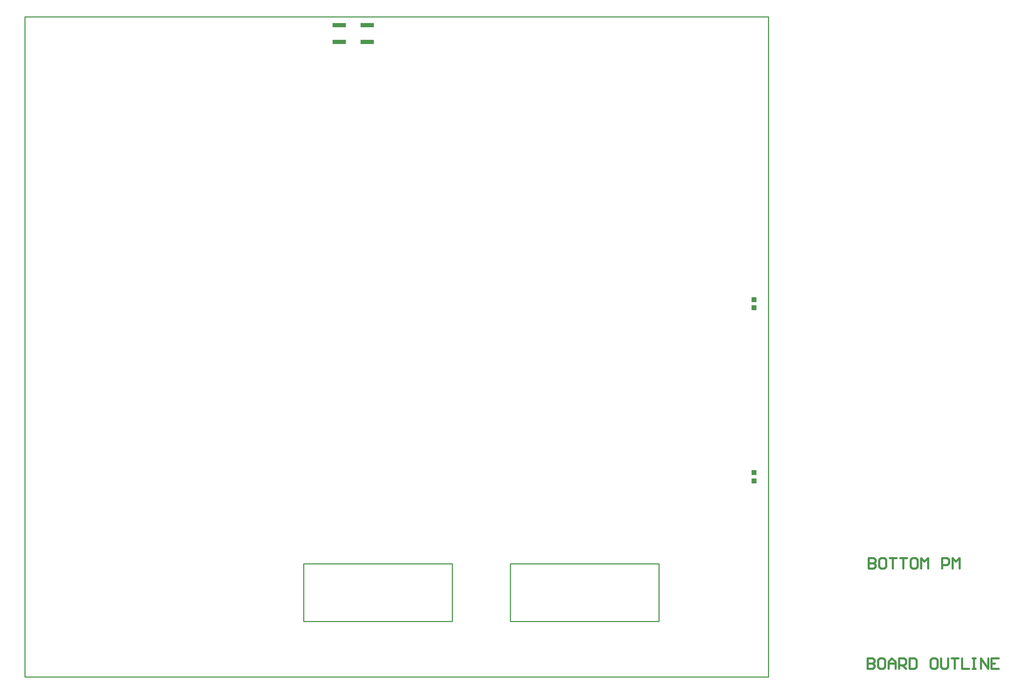
<source format=gbp>
G04*
G04 #@! TF.GenerationSoftware,Altium Limited,CircuitStudio,1.5.1 (13)*
G04*
G04 Layer_Color=16770453*
%FSLAX23Y23*%
%MOIN*%
G70*
G01*
G75*
%ADD11R,0.050X0.047*%
%ADD43C,0.010*%
%ADD44C,0.020*%
%ADD72R,0.126X0.039*%
D11*
X8721Y5492D02*
D03*
X8720Y5571D02*
D03*
X8721Y3838D02*
D03*
X8720Y3918D02*
D03*
D43*
X8858Y1969D02*
X8858Y1969D01*
X1772Y1969D02*
X8858D01*
X1772D02*
Y8268D01*
X8858Y1969D02*
Y8268D01*
X1772D02*
X8858D01*
X4429Y3051D02*
X5846D01*
Y2500D02*
Y3051D01*
X4429Y2500D02*
X5846D01*
X4429D02*
Y3051D01*
X6398Y2500D02*
Y3051D01*
X7815D01*
Y2500D02*
Y3051D01*
X6398Y2500D02*
X7815D01*
D44*
X9813Y3102D02*
Y3002D01*
X9863D01*
X9880Y3019D01*
Y3035D01*
X9863Y3052D01*
X9813D01*
X9863D01*
X9880Y3069D01*
Y3085D01*
X9863Y3102D01*
X9813D01*
X9963D02*
X9930D01*
X9913Y3085D01*
Y3019D01*
X9930Y3002D01*
X9963D01*
X9980Y3019D01*
Y3085D01*
X9963Y3102D01*
X10013D02*
X10080D01*
X10046D01*
Y3002D01*
X10113Y3102D02*
X10180D01*
X10146D01*
Y3002D01*
X10263Y3102D02*
X10230D01*
X10213Y3085D01*
Y3019D01*
X10230Y3002D01*
X10263D01*
X10280Y3019D01*
Y3085D01*
X10263Y3102D01*
X10313Y3002D02*
Y3102D01*
X10346Y3069D01*
X10380Y3102D01*
Y3002D01*
X10513D02*
Y3102D01*
X10563D01*
X10580Y3085D01*
Y3052D01*
X10563Y3035D01*
X10513D01*
X10613Y3002D02*
Y3102D01*
X10646Y3069D01*
X10680Y3102D01*
Y3002D01*
X9803Y2147D02*
Y2047D01*
X9853D01*
X9870Y2064D01*
Y2081D01*
X9853Y2097D01*
X9803D01*
X9853D01*
X9870Y2114D01*
Y2131D01*
X9853Y2147D01*
X9803D01*
X9953D02*
X9920D01*
X9903Y2131D01*
Y2064D01*
X9920Y2047D01*
X9953D01*
X9970Y2064D01*
Y2131D01*
X9953Y2147D01*
X10003Y2047D02*
Y2114D01*
X10036Y2147D01*
X10070Y2114D01*
Y2047D01*
Y2097D01*
X10003D01*
X10103Y2047D02*
Y2147D01*
X10153D01*
X10170Y2131D01*
Y2097D01*
X10153Y2081D01*
X10103D01*
X10136D02*
X10170Y2047D01*
X10203Y2147D02*
Y2047D01*
X10253D01*
X10270Y2064D01*
Y2131D01*
X10253Y2147D01*
X10203D01*
X10453D02*
X10420D01*
X10403Y2131D01*
Y2064D01*
X10420Y2047D01*
X10453D01*
X10470Y2064D01*
Y2131D01*
X10453Y2147D01*
X10503D02*
Y2064D01*
X10520Y2047D01*
X10553D01*
X10570Y2064D01*
Y2147D01*
X10603D02*
X10670D01*
X10636D01*
Y2047D01*
X10703Y2147D02*
Y2047D01*
X10770D01*
X10803Y2147D02*
X10836D01*
X10819D01*
Y2047D01*
X10803D01*
X10836D01*
X10886D02*
Y2147D01*
X10953Y2047D01*
Y2147D01*
X11053D02*
X10986D01*
Y2047D01*
X11053D01*
X10986Y2097D02*
X11019D01*
D72*
X5035Y8031D02*
D03*
X4768D02*
D03*
Y8189D02*
D03*
X5035D02*
D03*
M02*

</source>
